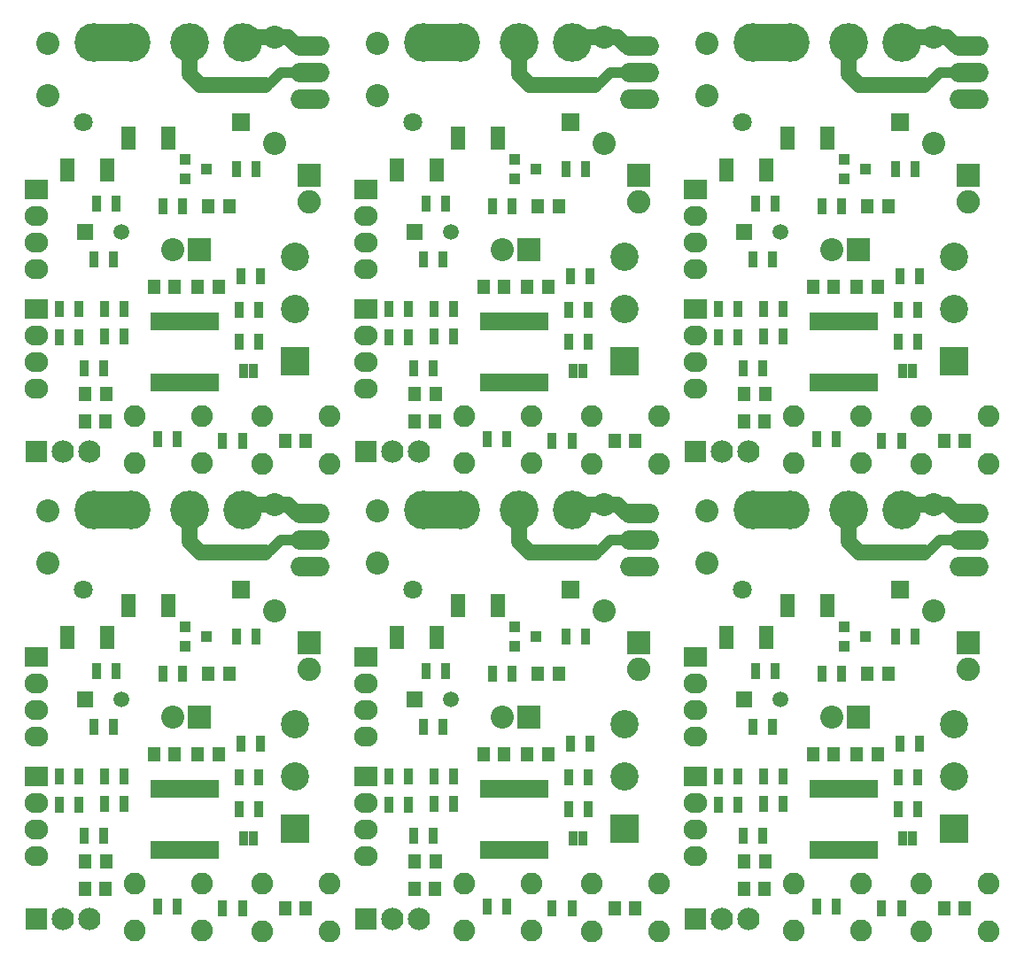
<source format=gbs>
G04 #@! TF.FileFunction,Soldermask,Bot*
%FSLAX46Y46*%
G04 Gerber Fmt 4.6, Leading zero omitted, Abs format (unit mm)*
G04 Created by KiCad (PCBNEW 4.0.1-2.201512121406+6195~38~ubuntu15.10.1-stable) date Monday, December 14, 2015 PM10:58:21 HKT*
%MOMM*%
G01*
G04 APERTURE LIST*
%ADD10C,0.100000*%
%ADD11C,1.500000*%
%ADD12C,1.000000*%
%ADD13C,2.202180*%
%ADD14R,2.235200X2.235200*%
%ADD15O,2.235200X2.235200*%
%ADD16O,3.703320X1.902460*%
%ADD17C,2.703200*%
%ADD18R,2.703200X2.703200*%
%ADD19R,0.903200X1.503200*%
%ADD20R,1.003300X1.003300*%
%ADD21R,2.133600X2.133600*%
%ADD22C,2.133600*%
%ADD23C,3.703320*%
%ADD24R,2.235200X1.930400*%
%ADD25O,2.235200X1.930400*%
%ADD26R,0.838200X1.473200*%
%ADD27R,0.653200X1.653200*%
%ADD28R,1.453200X2.203200*%
%ADD29R,2.203200X2.203200*%
%ADD30C,2.203200*%
%ADD31R,1.203200X1.453200*%
%ADD32C,1.503200*%
%ADD33R,1.503200X1.503200*%
%ADD34R,1.803200X1.803200*%
%ADD35C,1.803200*%
%ADD36C,2.082800*%
G04 APERTURE END LIST*
D10*
D11*
X79502000Y41910000D02*
X79502000Y38862000D01*
X79502000Y38862000D02*
X80518000Y37846000D01*
X80518000Y37846000D02*
X86741000Y37846000D01*
X87630000Y42418000D02*
X85852000Y42418000D01*
X73914000Y42926000D02*
X70358000Y42926000D01*
X73914000Y40894000D02*
X70358000Y40894000D01*
X73914000Y41910000D02*
X70485000Y41910000D01*
D12*
X91059000Y38989000D02*
X88265000Y38989000D01*
X88265000Y38989000D02*
X87249000Y37973000D01*
X87249000Y37973000D02*
X86487000Y37973000D01*
D11*
X87630000Y42418000D02*
X88900000Y42418000D01*
X88900000Y42418000D02*
X89408000Y41910000D01*
X89408000Y41910000D02*
X89662000Y41656000D01*
X79502000Y86614000D02*
X79502000Y83566000D01*
X79502000Y83566000D02*
X80518000Y82550000D01*
X80518000Y82550000D02*
X86741000Y82550000D01*
X87630000Y87122000D02*
X85852000Y87122000D01*
X73914000Y87630000D02*
X70358000Y87630000D01*
X73914000Y85598000D02*
X70358000Y85598000D01*
X73914000Y86614000D02*
X70485000Y86614000D01*
D12*
X91059000Y83693000D02*
X88265000Y83693000D01*
X88265000Y83693000D02*
X87249000Y82677000D01*
X87249000Y82677000D02*
X86487000Y82677000D01*
D11*
X87630000Y87122000D02*
X88900000Y87122000D01*
X88900000Y87122000D02*
X89408000Y86614000D01*
X89408000Y86614000D02*
X89662000Y86360000D01*
X48006000Y41910000D02*
X48006000Y38862000D01*
X48006000Y38862000D02*
X49022000Y37846000D01*
X49022000Y37846000D02*
X55245000Y37846000D01*
X56134000Y42418000D02*
X54356000Y42418000D01*
X42418000Y42926000D02*
X38862000Y42926000D01*
X42418000Y40894000D02*
X38862000Y40894000D01*
X42418000Y41910000D02*
X38989000Y41910000D01*
D12*
X59563000Y38989000D02*
X56769000Y38989000D01*
X56769000Y38989000D02*
X55753000Y37973000D01*
X55753000Y37973000D02*
X54991000Y37973000D01*
D11*
X56134000Y42418000D02*
X57404000Y42418000D01*
X57404000Y42418000D02*
X57912000Y41910000D01*
X57912000Y41910000D02*
X58166000Y41656000D01*
X48006000Y86614000D02*
X48006000Y83566000D01*
X48006000Y83566000D02*
X49022000Y82550000D01*
X49022000Y82550000D02*
X55245000Y82550000D01*
X56134000Y87122000D02*
X54356000Y87122000D01*
X42418000Y87630000D02*
X38862000Y87630000D01*
X42418000Y85598000D02*
X38862000Y85598000D01*
X42418000Y86614000D02*
X38989000Y86614000D01*
D12*
X59563000Y83693000D02*
X56769000Y83693000D01*
X56769000Y83693000D02*
X55753000Y82677000D01*
X55753000Y82677000D02*
X54991000Y82677000D01*
D11*
X56134000Y87122000D02*
X57404000Y87122000D01*
X57404000Y87122000D02*
X57912000Y86614000D01*
X57912000Y86614000D02*
X58166000Y86360000D01*
X16510000Y41910000D02*
X16510000Y38862000D01*
X16510000Y38862000D02*
X17526000Y37846000D01*
X17526000Y37846000D02*
X23749000Y37846000D01*
X24638000Y42418000D02*
X22860000Y42418000D01*
X10922000Y42926000D02*
X7366000Y42926000D01*
X10922000Y40894000D02*
X7366000Y40894000D01*
X10922000Y41910000D02*
X7493000Y41910000D01*
D12*
X28067000Y38989000D02*
X25273000Y38989000D01*
X25273000Y38989000D02*
X24257000Y37973000D01*
X24257000Y37973000D02*
X23495000Y37973000D01*
D11*
X24638000Y42418000D02*
X25908000Y42418000D01*
X25908000Y42418000D02*
X26416000Y41910000D01*
X26416000Y41910000D02*
X26670000Y41656000D01*
X26416000Y86614000D02*
X26670000Y86360000D01*
X25908000Y87122000D02*
X26416000Y86614000D01*
X24638000Y87122000D02*
X25908000Y87122000D01*
D12*
X24257000Y82677000D02*
X23495000Y82677000D01*
X25273000Y83693000D02*
X24257000Y82677000D01*
X28067000Y83693000D02*
X25273000Y83693000D01*
D11*
X10922000Y86614000D02*
X7493000Y86614000D01*
X10922000Y85598000D02*
X7366000Y85598000D01*
X10922000Y87630000D02*
X7366000Y87630000D01*
X24638000Y87122000D02*
X22860000Y87122000D01*
X17526000Y82550000D02*
X23749000Y82550000D01*
X16510000Y83566000D02*
X17526000Y82550000D01*
X16510000Y86614000D02*
X16510000Y83566000D01*
D13*
X87630000Y42418000D03*
X87630000Y32258000D03*
D14*
X90932000Y29210000D03*
D15*
X90932000Y26670000D03*
D16*
X91059000Y38989000D03*
X91059000Y41529000D03*
X91059000Y36449000D03*
D17*
X89611000Y21430000D03*
D18*
X89611000Y11430000D03*
D17*
X89611000Y16430000D03*
D19*
X82667000Y3785000D03*
X84567000Y3785000D03*
X83962000Y29794200D03*
X85862000Y29794200D03*
X78318000Y3937000D03*
X76418000Y3937000D03*
D13*
X65938000Y41818560D03*
X65938000Y36817300D03*
D19*
X70576000Y26517600D03*
X72476000Y26517600D03*
X78826000Y26212800D03*
X76926000Y26212800D03*
X71376000Y13779500D03*
X73276000Y13779500D03*
X73276000Y16446500D03*
X71376000Y16446500D03*
X70348000Y21158200D03*
X72248000Y21158200D03*
X68958000Y16383000D03*
X67058000Y16383000D03*
X71333000Y10744200D03*
X69433000Y10744200D03*
X68958000Y13716000D03*
X67058000Y13716000D03*
X84242000Y13284200D03*
X86142000Y13284200D03*
X84394000Y19532600D03*
X86294000Y19532600D03*
X84242000Y16332200D03*
X86142000Y16332200D03*
D20*
X79085240Y28844200D03*
X79085240Y30744200D03*
X81084220Y29794200D03*
D21*
X64897000Y2794000D03*
D22*
X67437000Y2794000D03*
X69977000Y2794000D03*
D23*
X70358000Y41910000D03*
X84582000Y41910000D03*
X79502000Y41910000D03*
D24*
X64834000Y16383000D03*
D25*
X64834000Y13843000D03*
X64834000Y11303000D03*
X64834000Y8763000D03*
D26*
X84665000Y10464800D03*
X85565000Y10464800D03*
D24*
X64846000Y27838400D03*
D25*
X64846000Y25298400D03*
X64846000Y22758400D03*
X64846000Y20218400D03*
D27*
X76120000Y15243600D03*
X76770000Y15243600D03*
X77420000Y15243600D03*
X78070000Y15243600D03*
X78720000Y15243600D03*
X79370000Y15243600D03*
X80020000Y15243600D03*
X80670000Y15243600D03*
X81320000Y15243600D03*
X81970000Y15243600D03*
X81970000Y9343600D03*
X81320000Y9343600D03*
X80670000Y9343600D03*
X80020000Y9343600D03*
X79370000Y9343600D03*
X78720000Y9343600D03*
X78070000Y9343600D03*
X77420000Y9343600D03*
X76770000Y9343600D03*
X76120000Y9343600D03*
D28*
X73690000Y32766000D03*
X77440000Y32766000D03*
X67848000Y29718000D03*
X71598000Y29718000D03*
D29*
X80442000Y22072600D03*
D30*
X77902000Y22072600D03*
D31*
X88611000Y3785000D03*
X90611000Y3785000D03*
D32*
X72994000Y23749000D03*
D33*
X69494000Y23749000D03*
D31*
X81321000Y26263600D03*
X83321000Y26263600D03*
X71485000Y5689600D03*
X69485000Y5689600D03*
D34*
X84379000Y34239200D03*
D35*
X69379000Y34239200D03*
D31*
X69510000Y8255000D03*
X71510000Y8255000D03*
X78089000Y18542000D03*
X76089000Y18542000D03*
X82280000Y18542000D03*
X80280000Y18542000D03*
D36*
X74218800Y6197600D03*
X80721200Y6197600D03*
X74218800Y1676400D03*
X80721200Y1676400D03*
X86410800Y6134600D03*
X92913200Y6134600D03*
X86410800Y1613400D03*
X92913200Y1613400D03*
D23*
X73914000Y41910000D03*
D13*
X87630000Y87122000D03*
X87630000Y76962000D03*
D14*
X90932000Y73914000D03*
D15*
X90932000Y71374000D03*
D16*
X91059000Y83693000D03*
X91059000Y86233000D03*
X91059000Y81153000D03*
D17*
X89611000Y66134000D03*
D18*
X89611000Y56134000D03*
D17*
X89611000Y61134000D03*
D19*
X82667000Y48489000D03*
X84567000Y48489000D03*
X83962000Y74498200D03*
X85862000Y74498200D03*
X78318000Y48641000D03*
X76418000Y48641000D03*
D13*
X65938000Y86522560D03*
X65938000Y81521300D03*
D19*
X70576000Y71221600D03*
X72476000Y71221600D03*
X78826000Y70916800D03*
X76926000Y70916800D03*
X71376000Y58483500D03*
X73276000Y58483500D03*
X73276000Y61150500D03*
X71376000Y61150500D03*
X70348000Y65862200D03*
X72248000Y65862200D03*
X68958000Y61087000D03*
X67058000Y61087000D03*
X71333000Y55448200D03*
X69433000Y55448200D03*
X68958000Y58420000D03*
X67058000Y58420000D03*
X84242000Y57988200D03*
X86142000Y57988200D03*
X84394000Y64236600D03*
X86294000Y64236600D03*
X84242000Y61036200D03*
X86142000Y61036200D03*
D20*
X79085240Y73548200D03*
X79085240Y75448200D03*
X81084220Y74498200D03*
D21*
X64897000Y47498000D03*
D22*
X67437000Y47498000D03*
X69977000Y47498000D03*
D23*
X70358000Y86614000D03*
X84582000Y86614000D03*
X79502000Y86614000D03*
D24*
X64834000Y61087000D03*
D25*
X64834000Y58547000D03*
X64834000Y56007000D03*
X64834000Y53467000D03*
D26*
X84665000Y55168800D03*
X85565000Y55168800D03*
D24*
X64846000Y72542400D03*
D25*
X64846000Y70002400D03*
X64846000Y67462400D03*
X64846000Y64922400D03*
D27*
X76120000Y59947600D03*
X76770000Y59947600D03*
X77420000Y59947600D03*
X78070000Y59947600D03*
X78720000Y59947600D03*
X79370000Y59947600D03*
X80020000Y59947600D03*
X80670000Y59947600D03*
X81320000Y59947600D03*
X81970000Y59947600D03*
X81970000Y54047600D03*
X81320000Y54047600D03*
X80670000Y54047600D03*
X80020000Y54047600D03*
X79370000Y54047600D03*
X78720000Y54047600D03*
X78070000Y54047600D03*
X77420000Y54047600D03*
X76770000Y54047600D03*
X76120000Y54047600D03*
D28*
X73690000Y77470000D03*
X77440000Y77470000D03*
X67848000Y74422000D03*
X71598000Y74422000D03*
D29*
X80442000Y66776600D03*
D30*
X77902000Y66776600D03*
D31*
X88611000Y48489000D03*
X90611000Y48489000D03*
D32*
X72994000Y68453000D03*
D33*
X69494000Y68453000D03*
D31*
X81321000Y70967600D03*
X83321000Y70967600D03*
X71485000Y50393600D03*
X69485000Y50393600D03*
D34*
X84379000Y78943200D03*
D35*
X69379000Y78943200D03*
D31*
X69510000Y52959000D03*
X71510000Y52959000D03*
X78089000Y63246000D03*
X76089000Y63246000D03*
X82280000Y63246000D03*
X80280000Y63246000D03*
D36*
X74218800Y50901600D03*
X80721200Y50901600D03*
X74218800Y46380400D03*
X80721200Y46380400D03*
X86410800Y50838600D03*
X92913200Y50838600D03*
X86410800Y46317400D03*
X92913200Y46317400D03*
D23*
X73914000Y86614000D03*
D13*
X56134000Y42418000D03*
X56134000Y32258000D03*
D14*
X59436000Y29210000D03*
D15*
X59436000Y26670000D03*
D16*
X59563000Y38989000D03*
X59563000Y41529000D03*
X59563000Y36449000D03*
D17*
X58115000Y21430000D03*
D18*
X58115000Y11430000D03*
D17*
X58115000Y16430000D03*
D19*
X51171000Y3785000D03*
X53071000Y3785000D03*
X52466000Y29794200D03*
X54366000Y29794200D03*
X46822000Y3937000D03*
X44922000Y3937000D03*
D13*
X34442000Y41818560D03*
X34442000Y36817300D03*
D19*
X39080000Y26517600D03*
X40980000Y26517600D03*
X47330000Y26212800D03*
X45430000Y26212800D03*
X39880000Y13779500D03*
X41780000Y13779500D03*
X41780000Y16446500D03*
X39880000Y16446500D03*
X38852000Y21158200D03*
X40752000Y21158200D03*
X37462000Y16383000D03*
X35562000Y16383000D03*
X39837000Y10744200D03*
X37937000Y10744200D03*
X37462000Y13716000D03*
X35562000Y13716000D03*
X52746000Y13284200D03*
X54646000Y13284200D03*
X52898000Y19532600D03*
X54798000Y19532600D03*
X52746000Y16332200D03*
X54646000Y16332200D03*
D20*
X47589240Y28844200D03*
X47589240Y30744200D03*
X49588220Y29794200D03*
D21*
X33401000Y2794000D03*
D22*
X35941000Y2794000D03*
X38481000Y2794000D03*
D23*
X38862000Y41910000D03*
X53086000Y41910000D03*
X48006000Y41910000D03*
D24*
X33338000Y16383000D03*
D25*
X33338000Y13843000D03*
X33338000Y11303000D03*
X33338000Y8763000D03*
D26*
X53169000Y10464800D03*
X54069000Y10464800D03*
D24*
X33350000Y27838400D03*
D25*
X33350000Y25298400D03*
X33350000Y22758400D03*
X33350000Y20218400D03*
D27*
X44624000Y15243600D03*
X45274000Y15243600D03*
X45924000Y15243600D03*
X46574000Y15243600D03*
X47224000Y15243600D03*
X47874000Y15243600D03*
X48524000Y15243600D03*
X49174000Y15243600D03*
X49824000Y15243600D03*
X50474000Y15243600D03*
X50474000Y9343600D03*
X49824000Y9343600D03*
X49174000Y9343600D03*
X48524000Y9343600D03*
X47874000Y9343600D03*
X47224000Y9343600D03*
X46574000Y9343600D03*
X45924000Y9343600D03*
X45274000Y9343600D03*
X44624000Y9343600D03*
D28*
X42194000Y32766000D03*
X45944000Y32766000D03*
X36352000Y29718000D03*
X40102000Y29718000D03*
D29*
X48946000Y22072600D03*
D30*
X46406000Y22072600D03*
D31*
X57115000Y3785000D03*
X59115000Y3785000D03*
D32*
X41498000Y23749000D03*
D33*
X37998000Y23749000D03*
D31*
X49825000Y26263600D03*
X51825000Y26263600D03*
X39989000Y5689600D03*
X37989000Y5689600D03*
D34*
X52883000Y34239200D03*
D35*
X37883000Y34239200D03*
D31*
X38014000Y8255000D03*
X40014000Y8255000D03*
X46593000Y18542000D03*
X44593000Y18542000D03*
X50784000Y18542000D03*
X48784000Y18542000D03*
D36*
X42722800Y6197600D03*
X49225200Y6197600D03*
X42722800Y1676400D03*
X49225200Y1676400D03*
X54914800Y6134600D03*
X61417200Y6134600D03*
X54914800Y1613400D03*
X61417200Y1613400D03*
D23*
X42418000Y41910000D03*
D13*
X56134000Y87122000D03*
X56134000Y76962000D03*
D14*
X59436000Y73914000D03*
D15*
X59436000Y71374000D03*
D16*
X59563000Y83693000D03*
X59563000Y86233000D03*
X59563000Y81153000D03*
D17*
X58115000Y66134000D03*
D18*
X58115000Y56134000D03*
D17*
X58115000Y61134000D03*
D19*
X51171000Y48489000D03*
X53071000Y48489000D03*
X52466000Y74498200D03*
X54366000Y74498200D03*
X46822000Y48641000D03*
X44922000Y48641000D03*
D13*
X34442000Y86522560D03*
X34442000Y81521300D03*
D19*
X39080000Y71221600D03*
X40980000Y71221600D03*
X47330000Y70916800D03*
X45430000Y70916800D03*
X39880000Y58483500D03*
X41780000Y58483500D03*
X41780000Y61150500D03*
X39880000Y61150500D03*
X38852000Y65862200D03*
X40752000Y65862200D03*
X37462000Y61087000D03*
X35562000Y61087000D03*
X39837000Y55448200D03*
X37937000Y55448200D03*
X37462000Y58420000D03*
X35562000Y58420000D03*
X52746000Y57988200D03*
X54646000Y57988200D03*
X52898000Y64236600D03*
X54798000Y64236600D03*
X52746000Y61036200D03*
X54646000Y61036200D03*
D20*
X47589240Y73548200D03*
X47589240Y75448200D03*
X49588220Y74498200D03*
D21*
X33401000Y47498000D03*
D22*
X35941000Y47498000D03*
X38481000Y47498000D03*
D23*
X38862000Y86614000D03*
X53086000Y86614000D03*
X48006000Y86614000D03*
D24*
X33338000Y61087000D03*
D25*
X33338000Y58547000D03*
X33338000Y56007000D03*
X33338000Y53467000D03*
D26*
X53169000Y55168800D03*
X54069000Y55168800D03*
D24*
X33350000Y72542400D03*
D25*
X33350000Y70002400D03*
X33350000Y67462400D03*
X33350000Y64922400D03*
D27*
X44624000Y59947600D03*
X45274000Y59947600D03*
X45924000Y59947600D03*
X46574000Y59947600D03*
X47224000Y59947600D03*
X47874000Y59947600D03*
X48524000Y59947600D03*
X49174000Y59947600D03*
X49824000Y59947600D03*
X50474000Y59947600D03*
X50474000Y54047600D03*
X49824000Y54047600D03*
X49174000Y54047600D03*
X48524000Y54047600D03*
X47874000Y54047600D03*
X47224000Y54047600D03*
X46574000Y54047600D03*
X45924000Y54047600D03*
X45274000Y54047600D03*
X44624000Y54047600D03*
D28*
X42194000Y77470000D03*
X45944000Y77470000D03*
X36352000Y74422000D03*
X40102000Y74422000D03*
D29*
X48946000Y66776600D03*
D30*
X46406000Y66776600D03*
D31*
X57115000Y48489000D03*
X59115000Y48489000D03*
D32*
X41498000Y68453000D03*
D33*
X37998000Y68453000D03*
D31*
X49825000Y70967600D03*
X51825000Y70967600D03*
X39989000Y50393600D03*
X37989000Y50393600D03*
D34*
X52883000Y78943200D03*
D35*
X37883000Y78943200D03*
D31*
X38014000Y52959000D03*
X40014000Y52959000D03*
X46593000Y63246000D03*
X44593000Y63246000D03*
X50784000Y63246000D03*
X48784000Y63246000D03*
D36*
X42722800Y50901600D03*
X49225200Y50901600D03*
X42722800Y46380400D03*
X49225200Y46380400D03*
X54914800Y50838600D03*
X61417200Y50838600D03*
X54914800Y46317400D03*
X61417200Y46317400D03*
D23*
X42418000Y86614000D03*
D13*
X24638000Y42418000D03*
X24638000Y32258000D03*
D14*
X27940000Y29210000D03*
D15*
X27940000Y26670000D03*
D16*
X28067000Y38989000D03*
X28067000Y41529000D03*
X28067000Y36449000D03*
D17*
X26619000Y21430000D03*
D18*
X26619000Y11430000D03*
D17*
X26619000Y16430000D03*
D19*
X19675000Y3785000D03*
X21575000Y3785000D03*
X20970000Y29794200D03*
X22870000Y29794200D03*
X15326000Y3937000D03*
X13426000Y3937000D03*
D13*
X2946000Y41818560D03*
X2946000Y36817300D03*
D19*
X7584000Y26517600D03*
X9484000Y26517600D03*
X15834000Y26212800D03*
X13934000Y26212800D03*
X8384000Y13779500D03*
X10284000Y13779500D03*
X10284000Y16446500D03*
X8384000Y16446500D03*
X7356000Y21158200D03*
X9256000Y21158200D03*
X5966000Y16383000D03*
X4066000Y16383000D03*
X8341000Y10744200D03*
X6441000Y10744200D03*
X5966000Y13716000D03*
X4066000Y13716000D03*
X21250000Y13284200D03*
X23150000Y13284200D03*
X21402000Y19532600D03*
X23302000Y19532600D03*
X21250000Y16332200D03*
X23150000Y16332200D03*
D20*
X16093240Y28844200D03*
X16093240Y30744200D03*
X18092220Y29794200D03*
D21*
X1905000Y2794000D03*
D22*
X4445000Y2794000D03*
X6985000Y2794000D03*
D23*
X7366000Y41910000D03*
X21590000Y41910000D03*
X16510000Y41910000D03*
D24*
X1842000Y16383000D03*
D25*
X1842000Y13843000D03*
X1842000Y11303000D03*
X1842000Y8763000D03*
D26*
X21673000Y10464800D03*
X22573000Y10464800D03*
D24*
X1854000Y27838400D03*
D25*
X1854000Y25298400D03*
X1854000Y22758400D03*
X1854000Y20218400D03*
D27*
X13128000Y15243600D03*
X13778000Y15243600D03*
X14428000Y15243600D03*
X15078000Y15243600D03*
X15728000Y15243600D03*
X16378000Y15243600D03*
X17028000Y15243600D03*
X17678000Y15243600D03*
X18328000Y15243600D03*
X18978000Y15243600D03*
X18978000Y9343600D03*
X18328000Y9343600D03*
X17678000Y9343600D03*
X17028000Y9343600D03*
X16378000Y9343600D03*
X15728000Y9343600D03*
X15078000Y9343600D03*
X14428000Y9343600D03*
X13778000Y9343600D03*
X13128000Y9343600D03*
D28*
X10698000Y32766000D03*
X14448000Y32766000D03*
X4856000Y29718000D03*
X8606000Y29718000D03*
D29*
X17450000Y22072600D03*
D30*
X14910000Y22072600D03*
D31*
X25619000Y3785000D03*
X27619000Y3785000D03*
D32*
X10002000Y23749000D03*
D33*
X6502000Y23749000D03*
D31*
X18329000Y26263600D03*
X20329000Y26263600D03*
X8493000Y5689600D03*
X6493000Y5689600D03*
D34*
X21387000Y34239200D03*
D35*
X6387000Y34239200D03*
D31*
X6518000Y8255000D03*
X8518000Y8255000D03*
X15097000Y18542000D03*
X13097000Y18542000D03*
X19288000Y18542000D03*
X17288000Y18542000D03*
D36*
X11226800Y6197600D03*
X17729200Y6197600D03*
X11226800Y1676400D03*
X17729200Y1676400D03*
X23418800Y6134600D03*
X29921200Y6134600D03*
X23418800Y1613400D03*
X29921200Y1613400D03*
D23*
X10922000Y41910000D03*
X10922000Y86614000D03*
D36*
X23418800Y50838600D03*
X29921200Y50838600D03*
X23418800Y46317400D03*
X29921200Y46317400D03*
X11226800Y50901600D03*
X17729200Y50901600D03*
X11226800Y46380400D03*
X17729200Y46380400D03*
D31*
X19288000Y63246000D03*
X17288000Y63246000D03*
X15097000Y63246000D03*
X13097000Y63246000D03*
X6518000Y52959000D03*
X8518000Y52959000D03*
D34*
X21387000Y78943200D03*
D35*
X6387000Y78943200D03*
D31*
X8493000Y50393600D03*
X6493000Y50393600D03*
X18329000Y70967600D03*
X20329000Y70967600D03*
D32*
X10002000Y68453000D03*
D33*
X6502000Y68453000D03*
D31*
X25619000Y48489000D03*
X27619000Y48489000D03*
D29*
X17450000Y66776600D03*
D30*
X14910000Y66776600D03*
D28*
X4856000Y74422000D03*
X8606000Y74422000D03*
X10698000Y77470000D03*
X14448000Y77470000D03*
D27*
X13128000Y59947600D03*
X13778000Y59947600D03*
X14428000Y59947600D03*
X15078000Y59947600D03*
X15728000Y59947600D03*
X16378000Y59947600D03*
X17028000Y59947600D03*
X17678000Y59947600D03*
X18328000Y59947600D03*
X18978000Y59947600D03*
X18978000Y54047600D03*
X18328000Y54047600D03*
X17678000Y54047600D03*
X17028000Y54047600D03*
X16378000Y54047600D03*
X15728000Y54047600D03*
X15078000Y54047600D03*
X14428000Y54047600D03*
X13778000Y54047600D03*
X13128000Y54047600D03*
D24*
X1854000Y72542400D03*
D25*
X1854000Y70002400D03*
X1854000Y67462400D03*
X1854000Y64922400D03*
D26*
X21673000Y55168800D03*
X22573000Y55168800D03*
D24*
X1842000Y61087000D03*
D25*
X1842000Y58547000D03*
X1842000Y56007000D03*
X1842000Y53467000D03*
D23*
X16510000Y86614000D03*
X21590000Y86614000D03*
X7366000Y86614000D03*
D21*
X1905000Y47498000D03*
D22*
X4445000Y47498000D03*
X6985000Y47498000D03*
D20*
X16093240Y73548200D03*
X16093240Y75448200D03*
X18092220Y74498200D03*
D19*
X21250000Y61036200D03*
X23150000Y61036200D03*
X21402000Y64236600D03*
X23302000Y64236600D03*
X21250000Y57988200D03*
X23150000Y57988200D03*
X5966000Y58420000D03*
X4066000Y58420000D03*
X8341000Y55448200D03*
X6441000Y55448200D03*
X5966000Y61087000D03*
X4066000Y61087000D03*
X7356000Y65862200D03*
X9256000Y65862200D03*
X10284000Y61150500D03*
X8384000Y61150500D03*
X8384000Y58483500D03*
X10284000Y58483500D03*
X15834000Y70916800D03*
X13934000Y70916800D03*
X7584000Y71221600D03*
X9484000Y71221600D03*
D13*
X2946000Y86522560D03*
X2946000Y81521300D03*
D19*
X15326000Y48641000D03*
X13426000Y48641000D03*
X20970000Y74498200D03*
X22870000Y74498200D03*
X19675000Y48489000D03*
X21575000Y48489000D03*
D17*
X26619000Y66134000D03*
D18*
X26619000Y56134000D03*
D17*
X26619000Y61134000D03*
D16*
X28067000Y83693000D03*
X28067000Y86233000D03*
X28067000Y81153000D03*
D14*
X27940000Y73914000D03*
D15*
X27940000Y71374000D03*
D13*
X24638000Y87122000D03*
X24638000Y76962000D03*
M02*

</source>
